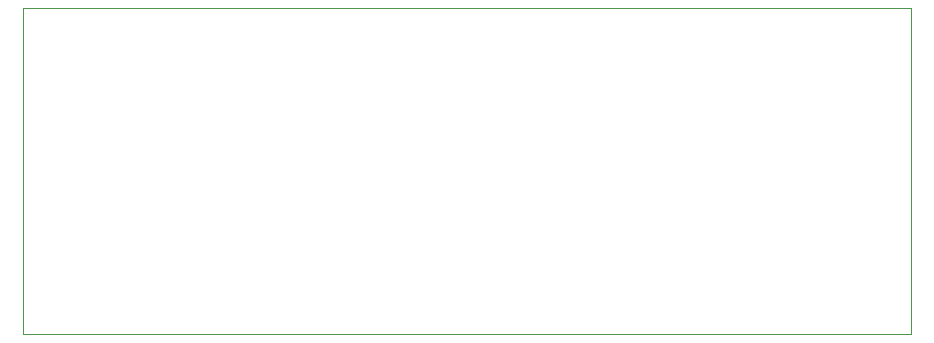
<source format=gbr>
%TF.GenerationSoftware,KiCad,Pcbnew,7.0.9*%
%TF.CreationDate,2024-11-24T18:14:13+08:00*%
%TF.ProjectId,node_v0.1,6e6f6465-5f76-4302-9e31-2e6b69636164,rev?*%
%TF.SameCoordinates,Original*%
%TF.FileFunction,Profile,NP*%
%FSLAX46Y46*%
G04 Gerber Fmt 4.6, Leading zero omitted, Abs format (unit mm)*
G04 Created by KiCad (PCBNEW 7.0.9) date 2024-11-24 18:14:13*
%MOMM*%
%LPD*%
G01*
G04 APERTURE LIST*
%TA.AperFunction,Profile*%
%ADD10C,0.100000*%
%TD*%
G04 APERTURE END LIST*
D10*
X80000000Y-52900000D02*
X80200000Y-52900000D01*
X80000000Y-80500000D02*
X80000000Y-52900000D01*
X155200000Y-80500000D02*
X80000000Y-80500000D01*
X155200000Y-52900000D02*
X155200000Y-80500000D01*
X80200000Y-52900000D02*
X155200000Y-52900000D01*
M02*

</source>
